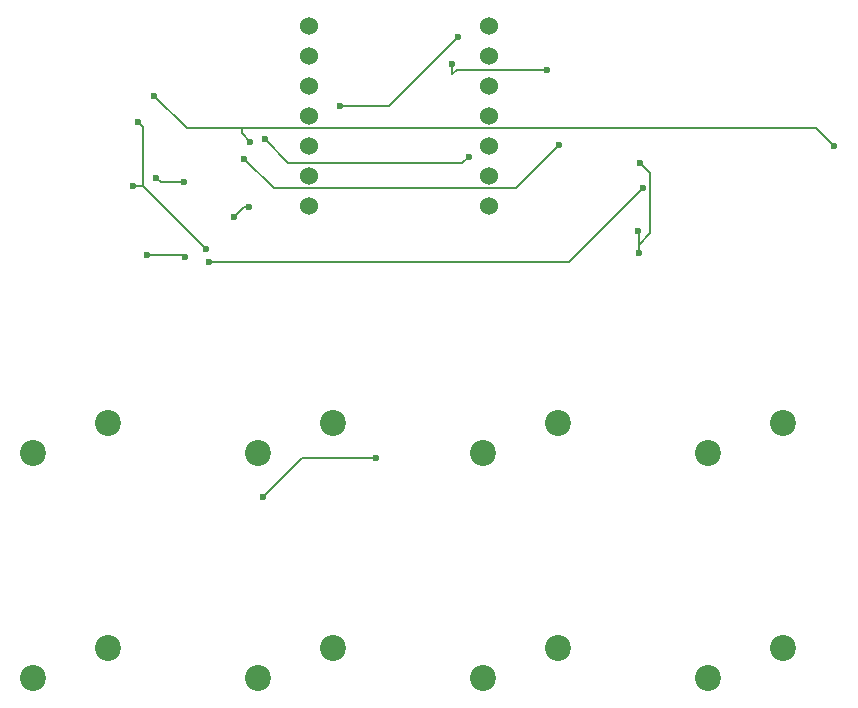
<source format=gbr>
%TF.GenerationSoftware,KiCad,Pcbnew,9.0.6*%
%TF.CreationDate,2025-12-07T16:29:36+00:00*%
%TF.ProjectId,flightsimhackpad,666c6967-6874-4736-996d-6861636b7061,rev?*%
%TF.SameCoordinates,Original*%
%TF.FileFunction,Copper,L2,Bot*%
%TF.FilePolarity,Positive*%
%FSLAX46Y46*%
G04 Gerber Fmt 4.6, Leading zero omitted, Abs format (unit mm)*
G04 Created by KiCad (PCBNEW 9.0.6) date 2025-12-07 16:29:36*
%MOMM*%
%LPD*%
G01*
G04 APERTURE LIST*
%TA.AperFunction,ComponentPad*%
%ADD10C,2.200000*%
%TD*%
%TA.AperFunction,ComponentPad*%
%ADD11C,1.524000*%
%TD*%
%TA.AperFunction,ViaPad*%
%ADD12C,0.600000*%
%TD*%
%TA.AperFunction,Conductor*%
%ADD13C,0.200000*%
%TD*%
G04 APERTURE END LIST*
D10*
%TO.P,SW7,1,1*%
%TO.N,GND*%
X126206250Y-161925000D03*
%TO.P,SW7,2,2*%
%TO.N,Net-(U1-GPIO0{slash}TX)*%
X132556250Y-159385000D03*
%TD*%
D11*
%TO.P,U1,1,GPIO26/ADC0/A0*%
%TO.N,Net-(U1-GPIO26{slash}ADC0{slash}A0)*%
X111442500Y-106680000D03*
%TO.P,U1,2,GPIO27/ADC1/A1*%
%TO.N,Net-(U1-GPIO27{slash}ADC1{slash}A1)*%
X111442500Y-109220000D03*
%TO.P,U1,3,GPIO28/ADC2/A2*%
%TO.N,Net-(U1-GPIO28{slash}ADC2{slash}A2)*%
X111442500Y-111760000D03*
%TO.P,U1,4,GPIO29/ADC3/A3*%
%TO.N,Net-(U1-GPIO29{slash}ADC3{slash}A3)*%
X111442500Y-114300000D03*
%TO.P,U1,5,GPIO6/SDA*%
%TO.N,Net-(U1-GPIO6{slash}SDA)*%
X111442500Y-116840000D03*
%TO.P,U1,6,GPIO7/SCL*%
%TO.N,Net-(U1-GPIO7{slash}SCL)*%
X111442500Y-119380000D03*
%TO.P,U1,7,GPIO0/TX*%
%TO.N,Net-(U1-GPIO0{slash}TX)*%
X111442500Y-121920000D03*
%TO.P,U1,8,GPIO1/RX*%
%TO.N,Net-(U1-GPIO1{slash}RX)*%
X126682500Y-121920000D03*
%TO.P,U1,9,GPIO2/SCK*%
%TO.N,Net-(D5-DIN)*%
X126682500Y-119380000D03*
%TO.P,U1,10,GPIO4/MISO*%
%TO.N,unconnected-(U1-GPIO4{slash}MISO-Pad10)*%
X126682500Y-116840000D03*
%TO.P,U1,11,GPIO3/MOSI*%
%TO.N,unconnected-(U1-GPIO3{slash}MOSI-Pad11)*%
X126682500Y-114300000D03*
%TO.P,U1,12,3V3*%
%TO.N,unconnected-(U1-3V3-Pad12)*%
X126682500Y-111760000D03*
%TO.P,U1,13,GND*%
%TO.N,GND*%
X126682500Y-109220000D03*
%TO.P,U1,14,VBUS*%
%TO.N,+5V*%
X126682500Y-106680000D03*
%TD*%
D10*
%TO.P,SW3,1,1*%
%TO.N,GND*%
X126206250Y-142875000D03*
%TO.P,SW3,2,2*%
%TO.N,Net-(U1-GPIO28{slash}ADC2{slash}A2)*%
X132556250Y-140335000D03*
%TD*%
%TO.P,SW6,1,1*%
%TO.N,GND*%
X107156250Y-161925000D03*
%TO.P,SW6,2,2*%
%TO.N,Net-(U1-GPIO7{slash}SCL)*%
X113506250Y-159385000D03*
%TD*%
%TO.P,SW2,1,1*%
%TO.N,GND*%
X107156250Y-142875000D03*
%TO.P,SW2,2,2*%
%TO.N,Net-(U1-GPIO27{slash}ADC1{slash}A1)*%
X113506250Y-140335000D03*
%TD*%
%TO.P,SW1,1,1*%
%TO.N,GND*%
X88106250Y-142875000D03*
%TO.P,SW1,2,2*%
%TO.N,Net-(U1-GPIO26{slash}ADC0{slash}A0)*%
X94456250Y-140335000D03*
%TD*%
%TO.P,SW4,1,1*%
%TO.N,GND*%
X145256250Y-142875000D03*
%TO.P,SW4,2,2*%
%TO.N,Net-(U1-GPIO29{slash}ADC3{slash}A3)*%
X151606250Y-140335000D03*
%TD*%
%TO.P,SW5,1,1*%
%TO.N,GND*%
X88106250Y-161925000D03*
%TO.P,SW5,2,2*%
%TO.N,Net-(U1-GPIO6{slash}SDA)*%
X94456250Y-159385000D03*
%TD*%
%TO.P,SW8,1,1*%
%TO.N,GND*%
X145256250Y-161925000D03*
%TO.P,SW8,2,2*%
%TO.N,Net-(U1-GPIO1{slash}RX)*%
X151606250Y-159385000D03*
%TD*%
D12*
%TO.N,Net-(D1-DIN)*%
X132630000Y-116780000D03*
X105960000Y-117940000D03*
%TO.N,+5V*%
X139360000Y-125900000D03*
X100910000Y-126260000D03*
X139460000Y-118280000D03*
X114060000Y-113480000D03*
X124080000Y-107600000D03*
X97750000Y-126060000D03*
X139330000Y-124060000D03*
%TO.N,GND*%
X107540000Y-146600000D03*
X131590000Y-110440000D03*
X106470000Y-116520000D03*
X102700000Y-125560000D03*
X96500000Y-120240000D03*
X96950000Y-114820000D03*
X123520000Y-109960000D03*
X117080000Y-143260000D03*
X155870000Y-116910000D03*
X106341000Y-122060000D03*
X105110000Y-122899998D03*
X98320000Y-112600000D03*
%TO.N,Net-(D4-DOUT)*%
X100820000Y-119910000D03*
X98516765Y-119553235D03*
%TO.N,Net-(D5-DIN)*%
X107680000Y-116320000D03*
X124950000Y-117770000D03*
%TO.N,Net-(D7-DIN)*%
X102980000Y-126700000D03*
X139720000Y-120410000D03*
%TD*%
D13*
%TO.N,Net-(D1-DIN)*%
X128967000Y-120443000D02*
X132630000Y-116780000D01*
X105960000Y-117940000D02*
X108463000Y-120443000D01*
X108463000Y-120443000D02*
X128967000Y-120443000D01*
%TO.N,+5V*%
X140321000Y-124259000D02*
X140321000Y-119141000D01*
X118200000Y-113480000D02*
X124080000Y-107600000D01*
X140321000Y-119141000D02*
X139460000Y-118280000D01*
X114060000Y-113480000D02*
X118200000Y-113480000D01*
X97750000Y-126060000D02*
X100710000Y-126060000D01*
X100710000Y-126060000D02*
X100910000Y-126260000D01*
X139360000Y-124090000D02*
X139330000Y-124060000D01*
X139360000Y-125220000D02*
X140321000Y-124259000D01*
X139360000Y-125220000D02*
X139360000Y-124090000D01*
X139360000Y-125900000D02*
X139360000Y-125220000D01*
%TO.N,GND*%
X96500000Y-120240000D02*
X97380000Y-120240000D01*
X101083000Y-115363000D02*
X105750000Y-115363000D01*
X123940000Y-110440000D02*
X123580000Y-110800000D01*
X106470000Y-116520000D02*
X105750000Y-115800000D01*
X131590000Y-110440000D02*
X123940000Y-110440000D01*
X105949998Y-122060000D02*
X105110000Y-122899998D01*
X123580000Y-110800000D02*
X123520000Y-110740000D01*
X154323000Y-115363000D02*
X155870000Y-116910000D01*
X105750000Y-115800000D02*
X105750000Y-115363000D01*
X105750000Y-115363000D02*
X154323000Y-115363000D01*
X97380000Y-120240000D02*
X102700000Y-125560000D01*
X123520000Y-110740000D02*
X123520000Y-109960000D01*
X96950000Y-114820000D02*
X97380000Y-115250000D01*
X106341000Y-122060000D02*
X105949998Y-122060000D01*
X97380000Y-115250000D02*
X97380000Y-120240000D01*
X117080000Y-143260000D02*
X110880000Y-143260000D01*
X98320000Y-112600000D02*
X101083000Y-115363000D01*
X110880000Y-143260000D02*
X107540000Y-146600000D01*
%TO.N,Net-(D4-DOUT)*%
X100820000Y-119910000D02*
X98873530Y-119910000D01*
X98873530Y-119910000D02*
X98516765Y-119553235D01*
%TO.N,Net-(D5-DIN)*%
X109677000Y-118317000D02*
X124403000Y-118317000D01*
X124403000Y-118317000D02*
X124950000Y-117770000D01*
X107680000Y-116320000D02*
X109677000Y-118317000D01*
%TO.N,Net-(D7-DIN)*%
X133430000Y-126700000D02*
X102980000Y-126700000D01*
X139720000Y-120410000D02*
X133430000Y-126700000D01*
%TD*%
M02*

</source>
